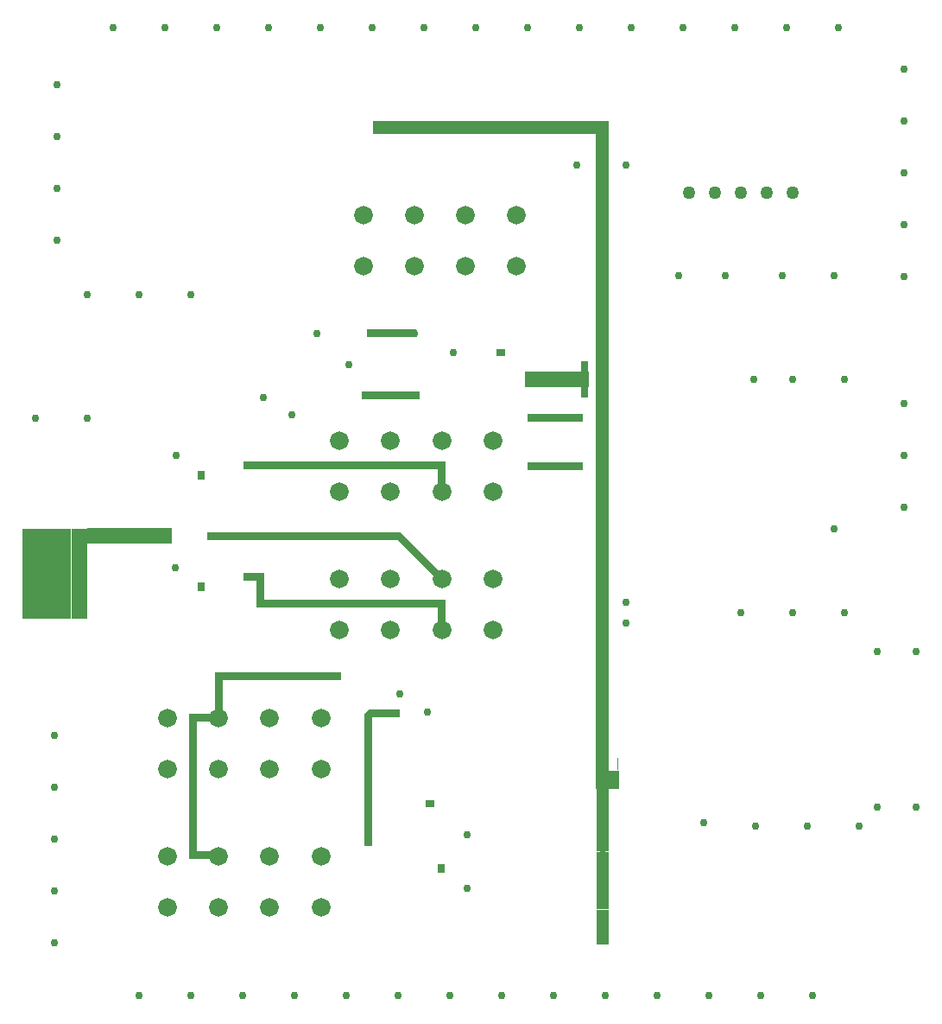
<source format=gbr>
G04 ===== Begin FILE IDENTIFICATION =====*
G04 File Format:  Gerber RS274X*
G04 ===== End FILE IDENTIFICATION =====*
%FSLAX26Y26*%
%MOIN*%
%SFA1.0000B1.0000*%
%OFA0.0B0.0*%
%ADD14C,0.030000*%
%ADD15C,0.050000*%
%ADD16C,0.072000*%
%ADD17R,0.032000X0.030408*%
%ADD18R,0.030304X0.032000*%
%ADD19R,0.030077X0.032000*%
%ADD20R,0.029941X0.032000*%
%ADD21R,0.032000X0.030491*%
%ADD22R,0.190000X0.350000*%
%ADD23R,0.001990X0.049965*%
%ADD24R,0.030000X0.140000*%
%ADD25R,0.050000X0.353000*%
%ADD26R,0.050000X0.224500*%
%ADD27R,0.050000X0.016000*%
%ADD28R,0.050000X0.134500*%
%ADD29R,0.245000X0.060000*%
%ADD30R,0.325000X0.060000*%
%ADD31R,0.060000X0.350000*%
%LNpc2*%
%IPPOS*%
%LPD*%
G75*
D14*
X2140000Y3350000D03*
X867169Y1762000D03*
X1715470Y562500D03*
D15*
X2975000Y3245000D03*
D14*
X690218Y1724500D03*
X1137518Y2703014D03*
D15*
X2575000Y3245000D03*
D14*
X1442500Y1235000D03*
X1335000Y740000D03*
X1215000Y1380000D03*
D15*
X2240000Y970000D03*
D14*
X690218Y2156500D03*
X867169Y2194000D03*
D15*
X2240000Y1040000D03*
D14*
X1965000Y2190000D03*
X2150000D03*
X1965000Y2375000D03*
X2150000D03*
X1617451Y637500D03*
X1574500Y887451D03*
X1847500Y2627549D03*
X1325000Y2462500D03*
X1520000D03*
D16*
X561000Y1022250D03*
X758000D03*
X955000D03*
X1152000D03*
Y1219250D03*
X955000D03*
X758000D03*
X561000D03*
D14*
X50000Y1775000D03*
X2850000Y147375D03*
X225000Y1775000D03*
X2650000Y147375D03*
D16*
X1224662Y2092202D03*
X1421662D03*
X1618662D03*
X1815662D03*
Y2289202D03*
X1618662D03*
X1421662D03*
X1224662D03*
D14*
X2450000Y147375D03*
D16*
X1224662Y1558202D03*
X1421662D03*
X1618662D03*
X1815662D03*
Y1755202D03*
X1618662D03*
X1421662D03*
X1224662D03*
D14*
X2250000Y147375D03*
X450000D03*
D15*
X2875000Y3245000D03*
D14*
X650000Y147375D03*
D15*
X2775000Y3245000D03*
D14*
X850000Y147375D03*
X250000Y2375000D03*
X1050000Y147375D03*
X50000Y2375000D03*
X125000Y1150000D03*
X2050000Y147375D03*
X125000Y950000D03*
X1850000Y147375D03*
X125000Y750000D03*
X1650000Y147375D03*
X125000Y550000D03*
X1450000Y147375D03*
X125000Y350000D03*
X1250000Y147375D03*
X3050000D03*
X2628750Y814500D03*
X2828750Y802500D03*
X3028750D03*
X3228750D03*
X2775000Y1625000D03*
X2975000D03*
X3175000D03*
X3450000Y1475000D03*
X3300000D03*
X3405000Y2430000D03*
Y2230000D03*
Y2030000D03*
Y2920000D03*
Y3120000D03*
Y3320000D03*
Y3520000D03*
X3150000Y3880000D03*
X2950000D03*
X2750000D03*
X2550000D03*
X2350000D03*
X2150000D03*
X1950000D03*
X1750000D03*
X1550000D03*
X1350000D03*
X1150000D03*
X950000D03*
X750000D03*
X550000D03*
X350000D03*
X135000Y3660000D03*
Y3460000D03*
Y3260000D03*
Y3060000D03*
X250000Y2850000D03*
X450000D03*
X650000D03*
X1512254Y2702500D03*
X1345000D03*
X2535000Y2925000D03*
X2715000D03*
X2935000D03*
X3135000D03*
Y1947625D03*
D15*
X2675000Y3245000D03*
D14*
X2825000Y2525000D03*
X2975000D03*
X3175000D03*
X3300000Y875000D03*
X3450000D03*
X3405000Y3720000D03*
D16*
X561000Y488250D03*
X758000D03*
X955000D03*
X1152000D03*
Y685250D03*
X955000D03*
X758000D03*
X561000D03*
D14*
X1260000Y2580000D03*
D15*
X1380000Y3495000D03*
X1455000D03*
X2240000Y682592D03*
Y370000D03*
Y440000D03*
D14*
X559999Y1920241D03*
D16*
X1315254Y2961046D03*
X1512254D03*
X1709254D03*
X1906254D03*
Y3158046D03*
X1709254D03*
X1512254D03*
X1315254D03*
D14*
X730000Y1920000D03*
X1970000Y2525000D03*
X1165000Y1380000D03*
X2330000Y3350000D03*
X2170000Y2565000D03*
Y2485000D03*
X2330000Y1665000D03*
Y1585000D03*
X1715500Y769500D03*
X590000Y1797500D03*
X592169Y2231500D03*
X1663500Y2629500D03*
X1562500Y1242500D03*
X1457500Y1310000D03*
X1040000Y2387500D03*
X930000Y2455000D03*
G36*
G01X1325000Y2447500D02*
G01X1520000D01*
G01X1535000D01*
G01Y2477500D01*
G01X1520000D01*
G01X1325000D01*
G01X1310000D01*
G01Y2447500D01*
G01X1325000D01*
G37*
G36*
G01X1350000Y1135000D02*
G01Y1220000D01*
G01X1442500D01*
G01X1457500D01*
G01Y1250000D01*
G01X1442500D01*
G01X1338000D01*
G01X1320000Y1232000D01*
G01Y1135000D01*
G01Y1120000D01*
G01X1350000D01*
G01Y1135000D01*
G37*
D17*
X1847500Y2627753D03*
D18*
X690370Y2156500D03*
D19*
X690256Y1724500D03*
D20*
X1617481Y637500D03*
D21*
X1574500Y887206D03*
G36*
G01X867169Y2179000D02*
G01X1603662D01*
G01Y2092202D01*
G01Y2077202D01*
G01X1633662D01*
G01Y2092202D01*
G01Y2209000D01*
G01X867169D01*
G01X852169D01*
G01Y2179000D01*
G01X867169D01*
G37*
G36*
G01X965000Y1395000D02*
G01X743000D01*
G01Y1219250D01*
G01Y1204250D01*
G01X773000D01*
G01Y1219250D01*
G01Y1365000D01*
G01X965000D01*
G01X980000D01*
G01Y1395000D01*
G01X965000D01*
G37*
D22*
X95000Y1775000D03*
D23*
X2301005Y1040008D03*
G36*
G01X1380000Y3470000D02*
G01X2215000D01*
G01Y970000D01*
G01Y945000D01*
G01X2265000D01*
G01Y970000D01*
G01Y3520000D01*
G01X1380000D01*
G01X1355000D01*
G01Y3470000D01*
G01X1380000D01*
G37*
D24*
X2170000Y2525000D03*
D25*
X2240000Y888500D03*
G36*
G01X1345000Y2687500D02*
G01X1505000D01*
G01X1520000D01*
G01Y2717500D01*
G01X1505000D01*
G01X1345000D01*
G01X1330000D01*
G01Y2687500D01*
G01X1345000D01*
G37*
D26*
X2240000Y591750D03*
D27*
Y712000D03*
D28*
Y412250D03*
D29*
X2062500Y2525000D03*
G36*
G01X2216137Y945000D02*
G01Y1015025D01*
G01X2302000D01*
G01Y945000D01*
G01X2216137D01*
G37*
G36*
G01X1965000Y2360000D02*
G01X2150000D01*
G01X2165000D01*
G01Y2390000D01*
G01X2150000D01*
G01X1965000D01*
G01X1950000D01*
G01Y2360000D01*
G01X1965000D01*
G37*
G36*
G01X1965000Y2175000D02*
G01X2150000D01*
G01X2165000D01*
G01Y2205000D01*
G01X2150000D01*
G01X1965000D01*
G01X1950000D01*
G01Y2175000D01*
G01X1965000D01*
G37*
G36*
G01X758000Y1234250D02*
G01X645000D01*
G01Y675000D01*
G01X758000D01*
G01X773000D01*
G01Y705000D01*
G01X758000D01*
G01X675000D01*
G01Y1204250D01*
G01X758000D01*
G01X773000D01*
G01Y1234250D01*
G01X758000D01*
G37*
G36*
G01X1320000Y725000D02*
G01Y1135000D01*
G01X1350000D01*
G01Y725000D01*
G01X1320000D01*
G37*
D30*
X412500Y1920000D03*
G36*
G01X1215000Y1395000D02*
G01X965000D01*
G01X950000D01*
G01Y1365000D01*
G01X965000D01*
G01X1215000D01*
G01X1230000D01*
G01Y1395000D01*
G01X1215000D01*
G37*
D31*
X220000Y1775000D03*
G36*
G01X729997Y1905120D02*
G01X1448781Y1905006D01*
G01X1609393Y1744393D01*
G01X1620000Y1733787D01*
G01X1641213Y1755000D01*
G01X1630607Y1765607D01*
G01X1461209Y1935004D01*
G01X730002Y1935120D01*
G01X715002Y1935123D01*
G01X714997Y1905123D01*
G01X729997Y1905120D01*
G37*
G36*
G01X867169Y1747000D02*
G01X905000D01*
G01Y1645000D01*
G01X1603662D01*
G01Y1558202D01*
G01Y1543202D01*
G01X1633662D01*
G01Y1558202D01*
G01Y1675000D01*
G01X935000D01*
G01Y1777000D01*
G01X867169D01*
G01X852169D01*
G01Y1747000D01*
G01X867169D01*
G37*
M02*


</source>
